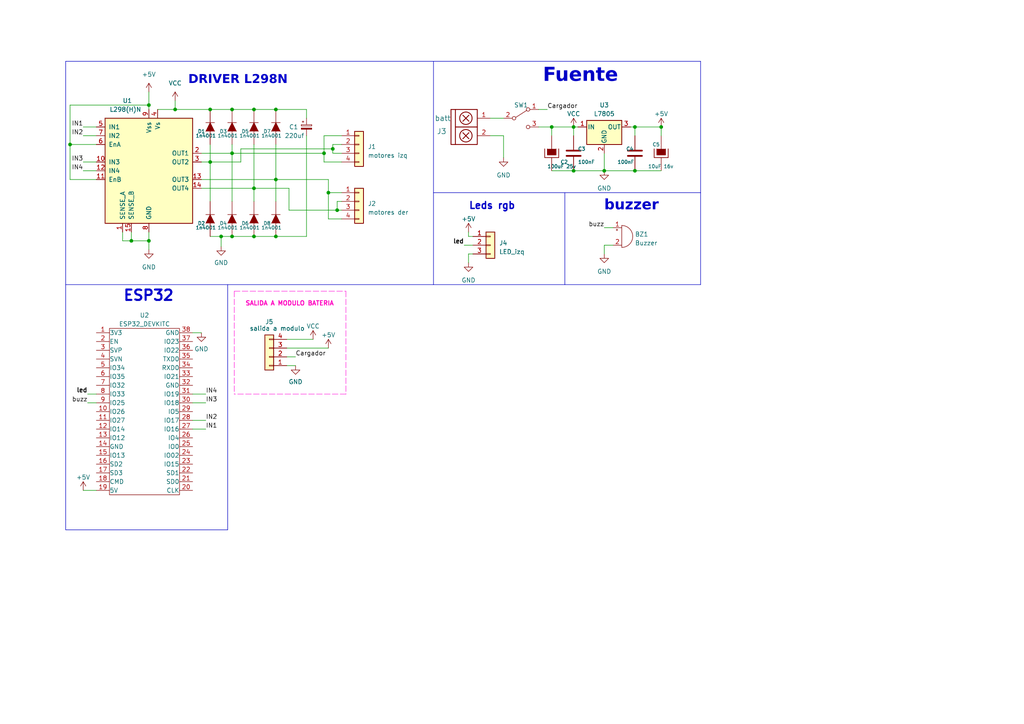
<source format=kicad_sch>
(kicad_sch (version 20230121) (generator eeschema)
  (paper "A4")
  (lib_symbols
    (symbol "+5V_1" (power) (pin_names (offset 0))
      (property "Value" "+5V_1" (at 0 3.556 0))
      (symbol "+5V_1_0_1"
        (polyline (pts (xy -0.762 1.27) (xy 0 2.54)))
        (polyline (pts (xy 0 0) (xy 0 2.54)))
        (polyline (pts (xy 0 2.54) (xy 0.762 1.27)))
      )
      (symbol "+5V_1_1_1"
        (pin power_in line (at 0 0 90) (length 0) hide (name "+5V") (number "1"))
      )
    )
    (symbol "+5V_2" (power) (pin_names (offset 0))
      (property "Value" "+5V_2" (at 0 3.556 0))
      (symbol "+5V_2_0_1"
        (polyline (pts (xy -0.762 1.27) (xy 0 2.54)))
        (polyline (pts (xy 0 0) (xy 0 2.54)))
        (polyline (pts (xy 0 2.54) (xy 0.762 1.27)))
      )
      (symbol "+5V_2_1_1"
        (pin power_in line (at 0 0 90) (length 0) hide (name "+5V") (number "1"))
      )
    )
    (symbol "Connector_Generic:Conn_01x03" (pin_names (offset 1.016) hide)
      (property "Reference" "J" (at 0 5.08 0))
      (property "Value" "Conn_01x03" (at 0 -5.08 0))
      (symbol "Conn_01x03_1_1"
        (rectangle (start -1.27 -2.413) (end 0 -2.667) (stroke (width 0.1524)))
        (rectangle (start -1.27 0.127) (end 0 -0.127) (stroke (width 0.1524)))
        (rectangle (start -1.27 2.667) (end 0 2.413) (stroke (width 0.1524)))
        (rectangle (start -1.27 3.81) (end 1.27 -3.81) (stroke (width 0.254)) (fill (type background)))
        (pin passive line (at -5.08 2.54 0) (length 3.81) (name "Pin_1") (number "1"))
        (pin passive line (at -5.08 0 0) (length 3.81) (name "Pin_2") (number "2"))
        (pin passive line (at -5.08 -2.54 0) (length 3.81) (name "Pin_3") (number "3"))
      )
    )
    (symbol "Connector_Generic:Conn_01x04" (pin_names (offset 1.016) hide)
      (property "Reference" "J" (at 0 5.08 0))
      (property "Value" "Conn_01x04" (at 0 -7.62 0))
      (symbol "Conn_01x04_1_1"
        (rectangle (start -1.27 -4.953) (end 0 -5.207) (stroke (width 0.1524)))
        (rectangle (start -1.27 -2.413) (end 0 -2.667) (stroke (width 0.1524)))
        (rectangle (start -1.27 0.127) (end 0 -0.127) (stroke (width 0.1524)))
        (rectangle (start -1.27 2.667) (end 0 2.413) (stroke (width 0.1524)))
        (rectangle (start -1.27 3.81) (end 1.27 -6.35) (stroke (width 0.254)) (fill (type background)))
        (pin passive line (at -5.08 2.54 0) (length 3.81) (name "Pin_1") (number "1"))
        (pin passive line (at -5.08 0 0) (length 3.81) (name "Pin_2") (number "2"))
        (pin passive line (at -5.08 -2.54 0) (length 3.81) (name "Pin_3") (number "3"))
        (pin passive line (at -5.08 -5.08 0) (length 3.81) (name "Pin_4") (number "4"))
      )
    )
    (symbol "EESTN5:Buzzer" (pin_names (offset 0.0254) hide)
      (property "Reference" "BZ" (at 3.81 1.27 0))
      (property "Value" "Buzzer" (at 3.81 -1.27 0))
      (symbol "Buzzer_0_1"
        (arc (start 0 -3.175) (mid 3.1612 0) (end 0 3.175))
        (polyline (pts (xy -1.651 1.905) (xy -1.143 1.905)))
        (polyline (pts (xy -1.397 2.159) (xy -1.397 1.651)))
        (polyline (pts (xy 0 3.175) (xy 0 -3.175)))
      )
      (symbol "Buzzer_1_1"
        (pin passive line (at -2.54 2.54 0) (length 2.54) (name "-") (number "1"))
        (pin passive line (at -2.54 -2.54 0) (length 2.54) (name "+") (number "2"))
      )
    )
    (symbol "EESTN5:C" (pin_numbers hide) (pin_names (offset 0.254))
      (property "Reference" "C" (at 0 2.54 0))
      (property "Value" "C" (at 0.1524 -2.159 0))
      (symbol "C_0_1"
        (polyline (pts (xy -2.032 -0.762) (xy 2.032 -0.762)) (stroke (width 0.508)))
        (polyline (pts (xy -2.032 0.762) (xy 2.032 0.762)) (stroke (width 0.508)))
      )
      (symbol "C_1_1"
        (pin passive line (at 0 5.08 270) (length 4.318) (name "~") (number "1"))
        (pin passive line (at 0 -5.08 90) (length 4.318) (name "~") (number "2"))
      )
    )
    (symbol "EESTN5:CAPAPOL" (pin_numbers hide) (pin_names (offset 0.254) hide)
      (property "Reference" "C" (at 1.27 2.54 0))
      (property "Value" "CAPAPOL" (at 1.27 -2.54 0))
      (symbol "CAPAPOL_0_1"
        (polyline (pts (xy -2.032 1.27) (xy -2.032 -1.27) (xy 2.032 -1.27) (xy 2.032 1.27)) (stroke (width 0.2032)))
        (polyline (pts (xy -1.27 1.27) (xy -1.27 -0.508) (xy 1.27 -0.508) (xy 1.27 1.27)) (fill (type outline)))
      )
      (symbol "CAPAPOL_1_1"
        (pin passive line (at 0 5.08 270) (length 3.81) (name "~") (number "1"))
        (pin passive line (at 0 -5.08 90) (length 3.81) (name "~") (number "2"))
      )
    )
    (symbol "EESTN5:DIODE" (pin_numbers hide) (pin_names (offset 1.016) hide)
      (property "Reference" "D" (at 0 2.54 0))
      (property "Value" "DIODE" (at 0 -2.54 0))
      (symbol "DIODE_0_1"
        (polyline (pts (xy 1.27 1.27) (xy 1.27 -1.27)) (stroke (width 0.1524)))
        (polyline (pts (xy -1.27 1.27) (xy 1.27 0) (xy -1.27 -1.27)) (fill (type outline)))
      )
      (symbol "DIODE_1_1"
        (pin passive line (at -5.08 0 0) (length 3.81) (name "A") (number "1"))
        (pin passive line (at 5.08 0 180) (length 3.81) (name "K") (number "2"))
      )
    )
    (symbol "EESTN5:ESP32_DEVKITC" (pin_names (offset 0.0254))
      (property "Reference" "U" (at 0 25.4 0))
      (property "Value" "ESP32_DEVKITC" (at 0 -25.4 0))
      (symbol "ESP32_DEVKITC_0_1"
        (rectangle (start -10.16 24.13) (end 10.16 -24.13))
      )
      (symbol "ESP32_DEVKITC_1_1"
        (pin passive line (at -13.97 22.86 0) (length 3.81) (name "3V3") (number "1"))
        (pin passive line (at -13.97 0 0) (length 3.81) (name "IO26") (number "10"))
        (pin passive line (at -13.97 -2.54 0) (length 3.81) (name "IO27") (number "11"))
        (pin passive line (at -13.97 -5.08 0) (length 3.81) (name "IO14") (number "12"))
        (pin passive line (at -13.97 -7.62 0) (length 3.81) (name "IO12") (number "13"))
        (pin passive line (at -13.97 -10.16 0) (length 3.81) (name "GND") (number "14"))
        (pin passive line (at -13.97 -12.7 0) (length 3.81) (name "IO13") (number "15"))
        (pin passive line (at -13.97 -15.24 0) (length 3.81) (name "SD2") (number "16"))
        (pin passive line (at -13.97 -17.78 0) (length 3.81) (name "SD3") (number "17"))
        (pin passive line (at -13.97 -20.32 0) (length 3.81) (name "CMD") (number "18"))
        (pin passive line (at -13.97 -22.86 0) (length 3.81) (name "5V") (number "19"))
        (pin passive line (at -13.97 20.32 0) (length 3.81) (name "EN") (number "2"))
        (pin passive line (at 13.97 -22.86 180) (length 3.81) (name "CLK") (number "20"))
        (pin passive line (at 13.97 -20.32 180) (length 3.81) (name "SD0") (number "21"))
        (pin passive line (at 13.97 -17.78 180) (length 3.81) (name "SD1") (number "22"))
        (pin passive line (at 13.97 -15.24 180) (length 3.81) (name "IO15") (number "23"))
        (pin passive line (at 13.97 -12.7 180) (length 3.81) (name "IO02") (number "24"))
        (pin passive line (at 13.97 -10.16 180) (length 3.81) (name "IO0") (number "25"))
        (pin passive line (at 13.97 -7.62 180) (length 3.81) (name "IO4") (number "26"))
        (pin passive line (at 13.97 -5.08 180) (length 3.81) (name "IO16") (number "27"))
        (pin passive line (at 13.97 -2.54 180) (length 3.81) (name "IO17") (number "28"))
        (pin passive line (at 13.97 0 180) (length 3.81) (name "IO5") (number "29"))
        (pin passive line (at -13.97 17.78 0) (length 3.81) (name "SVP") (number "3"))
        (pin passive line (at 13.97 2.54 180) (length 3.81) (name "IO18") (number "30"))
        (pin passive line (at 13.97 5.08 180) (length 3.81) (name "IO19") (number "31"))
        (pin passive line (at 13.97 7.62 180) (length 3.81) (name "GND") (number "32"))
        (pin passive line (at 13.97 10.16 180) (length 3.81) (name "IO21") (number "33"))
        (pin passive line (at 13.97 12.7 180) (length 3.81) (name "RXD0") (number "34"))
        (pin passive line (at 13.97 15.24 180) (length 3.81) (name "TXD0") (number "35"))
        (pin passive line (at 13.97 17.78 180) (length 3.81) (name "IO22") (number "36"))
        (pin passive line (at 13.97 20.32 180) (length 3.81) (name "IO23") (number "37"))
        (pin passive line (at 13.97 22.86 180) (length 3.81) (name "GND") (number "38"))
        (pin passive line (at -13.97 15.24 0) (length 3.81) (name "SVN") (number "4"))
        (pin passive line (at -13.97 12.7 0) (length 3.81) (name "IO34") (number "5"))
        (pin passive line (at -13.97 10.16 0) (length 3.81) (name "IO35") (number "6"))
        (pin passive line (at -13.97 7.62 0) (length 3.81) (name "IO32") (number "7"))
        (pin passive line (at -13.97 5.08 0) (length 3.81) (name "IO33") (number "8"))
        (pin passive line (at -13.97 2.54 0) (length 3.81) (name "IO25") (number "9"))
      )
    )
    (symbol "EESTN5:L298(H)N" (pin_names (offset 1.016))
      (property "Reference" "U" (at -1.905 18.415 0))
      (property "Value" "L298(H)N" (at -1.905 16.51 0))
      (symbol "L298(H)N_0_1"
        (rectangle (start -12.7 15.24) (end 12.7 -15.24) (stroke (width 0.254)) (fill (type background)))
      )
      (symbol "L298(H)N_1_1"
        (pin power_in line (at -7.62 -17.78 90) (length 2.54) (name "SENSE_A") (number "1"))
        (pin input line (at -15.24 2.54 0) (length 2.54) (name "IN3") (number "10"))
        (pin input line (at -15.24 -2.54 0) (length 2.54) (name "EnB") (number "11"))
        (pin input line (at -15.24 0 0) (length 2.54) (name "IN4") (number "12"))
        (pin output line (at 15.24 -2.54 180) (length 2.54) (name "OUT3") (number "13"))
        (pin output line (at 15.24 -5.08 180) (length 2.54) (name "OUT4") (number "14"))
        (pin power_in line (at -5.08 -17.78 90) (length 2.54) (name "SENSE_B") (number "15"))
        (pin output line (at 15.24 5.08 180) (length 2.54) (name "OUT1") (number "2"))
        (pin output line (at 15.24 2.54 180) (length 2.54) (name "OUT2") (number "3"))
        (pin power_in line (at 2.54 17.78 270) (length 2.54) (name "Vs") (number "4"))
        (pin input line (at -15.24 12.7 0) (length 2.54) (name "IN1") (number "5"))
        (pin input line (at -15.24 7.62 0) (length 2.54) (name "EnA") (number "6"))
        (pin input line (at -15.24 10.16 0) (length 2.54) (name "IN2") (number "7"))
        (pin power_in line (at 0 -17.78 90) (length 2.54) (name "GND") (number "8"))
        (pin power_in line (at 0 17.78 270) (length 2.54) (name "Vss") (number "9"))
      )
    )
    (symbol "EESTN5:SW_SPDT" (pin_names (offset 0) hide)
      (property "Reference" "SW" (at 0 4.318 0))
      (symbol "SW_SPDT_0_0"
        (circle (center -2.032 0) (radius 0.508))
        (circle (center 2.032 -2.54) (radius 0.508))
      )
      (symbol "SW_SPDT_0_1"
        (polyline (pts (xy -1.524 0.254) (xy 1.651 2.286)))
        (circle (center 2.032 2.54) (radius 0.508))
      )
      (symbol "SW_SPDT_1_1"
        (pin passive line (at 5.08 2.54 180) (length 2.54) (name "A") (number "1"))
        (pin passive line (at -5.08 0 0) (length 2.54) (name "B") (number "2"))
        (pin passive line (at 5.08 -2.54 180) (length 2.54) (name "C") (number "3"))
      )
    )
    (symbol "EESTN5:TB_1X2" (pin_names (offset 1.016))
      (property "Reference" "J" (at 0 7.62 0))
      (property "Value" "TB_1X2" (at 1.27 -7.62 0))
      (symbol "TB_1X2_0_1"
        (rectangle (start -2.54 5.08) (end 5.08 -5.08) (stroke (width 0.254)))
        (polyline (pts (xy -1.27 0) (xy 5.08 0)) (stroke (width 0.254)))
        (polyline (pts (xy -1.27 5.08) (xy -1.27 -5.08)) (stroke (width 0.254)))
        (polyline (pts (xy 0.889 -3.429) (xy 2.667 -1.651)) (stroke (width 0.254)))
        (polyline (pts (xy 0.889 -1.651) (xy 2.667 -3.429)) (stroke (width 0.254)))
        (polyline (pts (xy 0.889 1.651) (xy 2.667 3.429)) (stroke (width 0.254)))
        (polyline (pts (xy 0.889 3.429) (xy 2.667 1.651)) (stroke (width 0.254)))
        (circle (center 1.778 -2.54) (radius 1.8034) (stroke (width 0.254)))
        (circle (center 1.778 2.54) (radius 1.8034) (stroke (width 0.254)))
      )
      (symbol "TB_1X2_1_1"
        (pin input line (at 8.89 2.54 180) (length 3.81) (name "~") (number "1"))
        (pin input line (at 8.89 -2.54 180) (length 3.81) (name "~") (number "2"))
      )
    )
    (symbol "GND_1" (power) (pin_names (offset 0))
      (property "Value" "GND_1" (at 0 -3.81 0))
      (symbol "GND_1_0_1"
        (polyline (pts (xy 0 0) (xy 0 -1.27) (xy 1.27 -1.27) (xy 0 -2.54) (xy -1.27 -1.27) (xy 0 -1.27)))
      )
      (symbol "GND_1_1_1"
        (pin power_in line (at 0 0 270) (length 0) hide (name "GND") (number "1"))
      )
    )
    (symbol "GND_2" (power) (pin_names (offset 0))
      (property "Value" "GND_2" (at 0 -3.81 0))
      (symbol "GND_2_0_1"
        (polyline (pts (xy 0 0) (xy 0 -1.27) (xy 1.27 -1.27) (xy 0 -2.54) (xy -1.27 -1.27) (xy 0 -1.27)))
      )
      (symbol "GND_2_1_1"
        (pin power_in line (at 0 0 270) (length 0) hide (name "GND") (number "1"))
      )
    )
    (symbol "GND_6" (power) (pin_names (offset 0))
      (property "Value" "GND_6" (at 0 -3.81 0))
      (symbol "GND_6_0_1"
        (polyline (pts (xy 0 0) (xy 0 -1.27) (xy 1.27 -1.27) (xy 0 -2.54) (xy -1.27 -1.27) (xy 0 -1.27)))
      )
      (symbol "GND_6_1_1"
        (pin power_in line (at 0 0 270) (length 0) hide (name "GND") (number "1"))
      )
    )
    (symbol "Regulator_Linear:L7805" (pin_names (offset 0.254))
      (property "Reference" "U" (at -3.81 3.175 0))
      (property "Value" "L7805" (at 0 3.175 0))
      (symbol "L7805_0_1"
        (rectangle (start -5.08 1.905) (end 5.08 -5.08) (stroke (width 0.254)) (fill (type background)))
      )
      (symbol "L7805_1_1"
        (pin power_in line (at -7.62 0 0) (length 2.54) (name "IN") (number "1"))
        (pin power_in line (at 0 -7.62 90) (length 2.54) (name "GND") (number "2"))
        (pin power_out line (at 7.62 0 180) (length 2.54) (name "OUT") (number "3"))
      )
    )
    (symbol "StepperDriver-rescue:CP_Small-Device" (pin_numbers hide) (pin_names (offset 0.254) hide)
      (property "Reference" "C" (at 0.254 1.778 0))
      (property "Value" "CP_Small-Device" (at 0.254 -2.032 0))
      (symbol "CP_Small-Device_0_1"
        (rectangle (start -1.524 -0.3048) (end 1.524 -0.6858) (fill (type outline)))
        (rectangle (start -1.524 0.6858) (end 1.524 0.3048))
        (polyline (pts (xy -1.27 1.524) (xy -0.762 1.524)))
        (polyline (pts (xy -1.016 1.27) (xy -1.016 1.778)))
      )
      (symbol "CP_Small-Device_1_1"
        (pin passive line (at 0 2.54 270) (length 1.8542) (name "~") (number "1"))
        (pin passive line (at 0 -2.54 90) (length 1.8542) (name "~") (number "2"))
      )
    )
    (symbol "VCC_1" (power) (pin_names (offset 0))
      (property "Value" "VCC_1" (at 0 3.81 0))
      (symbol "VCC_1_0_1"
        (polyline (pts (xy -0.762 1.27) (xy 0 2.54)))
        (polyline (pts (xy 0 0) (xy 0 2.54)))
        (polyline (pts (xy 0 2.54) (xy 0.762 1.27)))
      )
      (symbol "VCC_1_1_1"
        (pin power_in line (at 0 0 90) (length 0) hide (name "VCC") (number "1"))
      )
    )
    (symbol "power:+5V" (power) (pin_names (offset 0))
      (property "Value" "+5V" (at 0 3.556 0))
      (symbol "+5V_0_1"
        (polyline (pts (xy -0.762 1.27) (xy 0 2.54)))
        (polyline (pts (xy 0 0) (xy 0 2.54)))
        (polyline (pts (xy 0 2.54) (xy 0.762 1.27)))
      )
      (symbol "+5V_1_1"
        (pin power_in line (at 0 0 90) (length 0) hide (name "+5V") (number "1"))
      )
    )
    (symbol "power:GND" (power) (pin_names (offset 0))
      (property "Value" "GND" (at 0 -3.81 0))
      (symbol "GND_0_1"
        (polyline (pts (xy 0 0) (xy 0 -1.27) (xy 1.27 -1.27) (xy 0 -2.54) (xy -1.27 -1.27) (xy 0 -1.27)))
      )
      (symbol "GND_1_1"
        (pin power_in line (at 0 0 270) (length 0) hide (name "GND") (number "1"))
      )
    )
    (symbol "power:VCC" (power) (pin_names (offset 0))
      (property "Value" "VCC" (at 0 3.81 0))
      (symbol "VCC_0_1"
        (polyline (pts (xy -0.762 1.27) (xy 0 2.54)))
        (polyline (pts (xy 0 0) (xy 0 2.54)))
        (polyline (pts (xy 0 2.54) (xy 0.762 1.27)))
      )
      (symbol "VCC_1_1"
        (pin power_in line (at 0 0 90) (length 0) hide (name "VCC") (number "1"))
      )
    )
  )
  (junction (at 67.31 31.75))
  (junction (at 175.26 49.53))
  (junction (at 50.8 31.75))
  (junction (at 96.52 43.18))
  (junction (at 184.15 36.83))
  (junction (at 97.79 60.96))
  (junction (at 73.66 68.58))
  (junction (at 80.01 52.07))
  (junction (at 43.18 30.48))
  (junction (at 166.37 49.53))
  (junction (at 191.77 36.83))
  (junction (at 166.37 36.83))
  (junction (at 64.135 68.58))
  (junction (at 60.96 31.75))
  (junction (at 67.31 68.58))
  (junction (at 38.1 69.85))
  (junction (at 60.96 46.99))
  (junction (at 80.01 68.58))
  (junction (at 184.15 49.53))
  (junction (at 80.01 31.75))
  (junction (at 95.25 55.88))
  (junction (at 67.31 44.45))
  (junction (at 73.66 54.61))
  (junction (at 43.18 69.85))
  (junction (at 73.66 31.75))
  (junction (at 93.98 44.45))
  (junction (at 160.02 36.83))
  (junction (at 20.32 41.91))
  (wire (pts (xy 160.02 49.53) (xy 166.37 49.53)))
  (wire (pts (xy 24.13 142.24) (xy 27.94 142.24)))
  (polyline (pts (xy 100.33 114.3) (xy 67.945 114.3)) (stroke (width 0) (type dash) (color 255 36 220 1)))
  (wire (pts (xy 177.8 71.12) (xy 175.26 71.12)))
  (wire (pts (xy 64.135 68.58) (xy 64.135 71.501)))
  (wire (pts (xy 90.805 98.425) (xy 83.185 98.425)))
  (wire (pts (xy 59.69 124.46) (xy 55.88 124.46)))
  (wire (pts (xy 137.16 73.66) (xy 135.89 73.66)))
  (wire (pts (xy 73.66 41.91) (xy 73.66 54.61)))
  (polyline (pts (xy 163.83 82.55) (xy 203.2 82.55)))
  (wire (pts (xy 166.37 49.53) (xy 175.26 49.53)))
  (polyline (pts (xy 67.945 84.455) (xy 67.945 114.3)) (stroke (width 0) (type dash) (color 255 36 220 1)))
  (wire (pts (xy 24.13 39.37) (xy 27.94 39.37)))
  (wire (pts (xy 43.18 67.31) (xy 43.18 69.85)))
  (wire (pts (xy 60.96 41.91) (xy 60.96 46.99)))
  (wire (pts (xy 80.01 52.07) (xy 95.25 52.07)))
  (wire (pts (xy 175.26 44.45) (xy 175.26 49.53)))
  (wire (pts (xy 25.4 114.3) (xy 27.94 114.3)))
  (wire (pts (xy 43.18 30.48) (xy 43.18 31.75)))
  (wire (pts (xy 85.725 106.045) (xy 83.185 106.045)))
  (polyline (pts (xy 100.33 84.455) (xy 100.33 114.3)) (stroke (width 0) (type dash) (color 255 36 220 1)))
  (wire (pts (xy 35.56 67.31) (xy 35.56 69.85)))
  (wire (pts (xy 59.69 121.92) (xy 55.88 121.92)))
  (wire (pts (xy 67.31 41.91) (xy 67.31 44.45)))
  (wire (pts (xy 64.135 68.58) (xy 60.96 68.58)))
  (wire (pts (xy 88.9 68.58) (xy 80.01 68.58)))
  (polyline (pts (xy 19.05 82.55) (xy 19.05 153.67)))
  (polyline (pts (xy 125.73 82.55) (xy 163.83 82.55)))
  (wire (pts (xy 20.32 30.48) (xy 43.18 30.48)))
  (wire (pts (xy 96.52 44.45) (xy 99.06 44.45)))
  (wire (pts (xy 69.85 43.18) (xy 96.52 43.18)))
  (wire (pts (xy 80.01 41.91) (xy 80.01 52.07)))
  (wire (pts (xy 58.42 52.07) (xy 80.01 52.07)))
  (wire (pts (xy 58.42 44.45) (xy 67.31 44.45)))
  (wire (pts (xy 156.21 36.83) (xy 160.02 36.83)))
  (wire (pts (xy 60.96 46.99) (xy 60.96 58.42)))
  (wire (pts (xy 135.89 73.66) (xy 135.89 76.2)))
  (wire (pts (xy 166.37 36.83) (xy 167.64 36.83)))
  (wire (pts (xy 88.9 31.75) (xy 88.9 34.29)))
  (wire (pts (xy 175.26 49.53) (xy 184.15 49.53)))
  (wire (pts (xy 95.25 100.965) (xy 83.185 100.965)))
  (wire (pts (xy 97.79 58.42) (xy 97.79 60.96)))
  (wire (pts (xy 67.31 68.58) (xy 64.135 68.58)))
  (wire (pts (xy 184.15 39.37) (xy 184.15 36.83)))
  (wire (pts (xy 184.15 49.53) (xy 191.77 49.53)))
  (wire (pts (xy 25.4 116.84) (xy 27.94 116.84)))
  (wire (pts (xy 80.01 68.58) (xy 73.66 68.58)))
  (wire (pts (xy 38.1 67.31) (xy 38.1 69.85)))
  (wire (pts (xy 160.02 36.83) (xy 166.37 36.83)))
  (polyline (pts (xy 163.83 82.55) (xy 163.83 55.88)))
  (wire (pts (xy 35.56 69.85) (xy 38.1 69.85)))
  (wire (pts (xy 43.18 72.39) (xy 43.18 69.85)))
  (wire (pts (xy 43.18 26.67) (xy 43.18 30.48)))
  (wire (pts (xy 73.66 31.75) (xy 80.01 31.75)))
  (wire (pts (xy 95.25 63.5) (xy 95.25 55.88)))
  (wire (pts (xy 69.85 46.99) (xy 60.96 46.99)))
  (polyline (pts (xy 19.05 17.78) (xy 19.05 82.55)))
  (polyline (pts (xy 19.05 153.67) (xy 66.04 153.67)))
  (wire (pts (xy 20.32 52.07) (xy 27.94 52.07)))
  (polyline (pts (xy 125.73 82.55) (xy 19.05 82.55)))
  (polyline (pts (xy 67.945 84.455) (xy 100.33 84.455)) (stroke (width 0) (type dash) (color 255 36 220 1)))
  (polyline (pts (xy 19.05 17.78) (xy 203.2 17.78)))
  (wire (pts (xy 58.42 46.99) (xy 60.96 46.99)))
  (wire (pts (xy 20.32 41.91) (xy 20.32 30.48)))
  (wire (pts (xy 97.79 60.96) (xy 99.06 60.96)))
  (wire (pts (xy 137.16 68.58) (xy 135.89 68.58)))
  (wire (pts (xy 95.25 52.07) (xy 95.25 55.88)))
  (wire (pts (xy 142.24 39.37) (xy 146.05 39.37)))
  (wire (pts (xy 67.31 44.45) (xy 67.31 58.42)))
  (wire (pts (xy 50.8 29.21) (xy 50.8 31.75)))
  (wire (pts (xy 50.8 31.75) (xy 60.96 31.75)))
  (wire (pts (xy 175.26 71.12) (xy 175.26 73.66)))
  (wire (pts (xy 88.9 39.37) (xy 88.9 68.58)))
  (polyline (pts (xy 125.73 55.88) (xy 203.2 55.88)))
  (wire (pts (xy 95.25 55.88) (xy 99.06 55.88)))
  (wire (pts (xy 93.98 39.37) (xy 93.98 44.45)))
  (wire (pts (xy 45.72 31.75) (xy 50.8 31.75)))
  (wire (pts (xy 146.05 39.37) (xy 146.05 45.72)))
  (wire (pts (xy 24.13 49.53) (xy 27.94 49.53)))
  (wire (pts (xy 73.66 54.61) (xy 73.66 58.42)))
  (wire (pts (xy 93.98 46.99) (xy 99.06 46.99)))
  (wire (pts (xy 142.24 34.29) (xy 146.05 34.29)))
  (wire (pts (xy 83.82 60.96) (xy 83.82 54.61)))
  (wire (pts (xy 20.32 52.07) (xy 20.32 41.91)))
  (wire (pts (xy 69.85 43.18) (xy 69.85 46.99)))
  (wire (pts (xy 166.37 39.37) (xy 166.37 36.83)))
  (wire (pts (xy 85.725 103.505) (xy 83.185 103.505)))
  (wire (pts (xy 83.82 54.61) (xy 73.66 54.61)))
  (wire (pts (xy 24.13 36.83) (xy 27.94 36.83)))
  (wire (pts (xy 175.26 66.04) (xy 177.8 66.04)))
  (wire (pts (xy 58.42 96.52) (xy 55.88 96.52)))
  (wire (pts (xy 160.02 39.37) (xy 160.02 36.83)))
  (wire (pts (xy 96.52 43.18) (xy 96.52 44.45)))
  (wire (pts (xy 73.66 68.58) (xy 67.31 68.58)))
  (wire (pts (xy 83.82 60.96) (xy 97.79 60.96)))
  (wire (pts (xy 58.42 54.61) (xy 73.66 54.61)))
  (wire (pts (xy 93.98 44.45) (xy 93.98 46.99)))
  (wire (pts (xy 24.13 46.99) (xy 27.94 46.99)))
  (wire (pts (xy 99.06 58.42) (xy 97.79 58.42)))
  (wire (pts (xy 67.31 31.75) (xy 73.66 31.75)))
  (polyline (pts (xy 203.2 82.55) (xy 203.2 55.88)))
  (wire (pts (xy 191.77 39.37) (xy 191.77 36.83)))
  (wire (pts (xy 99.06 63.5) (xy 95.25 63.5)))
  (wire (pts (xy 96.52 41.91) (xy 96.52 43.18)))
  (wire (pts (xy 20.32 41.91) (xy 27.94 41.91)))
  (wire (pts (xy 134.62 71.12) (xy 137.16 71.12)))
  (wire (pts (xy 38.1 69.85) (xy 43.18 69.85)))
  (polyline (pts (xy 203.2 17.78) (xy 203.2 55.88)))
  (wire (pts (xy 156.21 31.75) (xy 158.75 31.75)))
  (wire (pts (xy 59.69 116.84) (xy 55.88 116.84)))
  (wire (pts (xy 135.89 67.31) (xy 135.89 68.58)))
  (wire (pts (xy 60.96 31.75) (xy 67.31 31.75)))
  (wire (pts (xy 59.69 114.3) (xy 55.88 114.3)))
  (polyline (pts (xy 125.73 17.78) (xy 125.73 82.55)))
  (wire (pts (xy 80.01 52.07) (xy 80.01 58.42)))
  (wire (pts (xy 67.31 44.45) (xy 93.98 44.45)))
  (wire (pts (xy 93.98 39.37) (xy 99.06 39.37)))
  (wire (pts (xy 80.01 31.75) (xy 88.9 31.75)))
  (polyline (pts (xy 66.04 82.55) (xy 66.04 153.67)))
  (wire (pts (xy 191.77 36.83) (xy 184.15 36.83)))
  (wire (pts (xy 99.06 41.91) (xy 96.52 41.91)))
  (wire (pts (xy 184.15 36.83) (xy 182.88 36.83)))
  (text "SALIDA A MODULO BATERIA" (at 71.12 88.9 0) (effects (font (size 1.27 1.27) (thickness 0.254) bold) (justify left bottom)))
  (text "Fuente\n" (at 157.48 25.4 0) (effects (font (size 4 4) (thickness 0.8) bold) (justify left bottom)))
  (text "buzzer" (at 175.26 62.23 0) (effects (font (size 3 3) (thickness 0.6) bold) (justify left bottom)))
  (text "DRIVER L298N" (at 54.61 25.4 0) (effects (font (size 2.54 2.54) (thickness 0.508) bold) (justify left bottom)))
  (text "ESP32\n" (at 35.56 87.63 0) (effects (font (size 3 3) bold) (justify left bottom)))
  (text "Leds rgb" (at 135.89 60.96 0) (effects (font (size 2 2) bold) (justify left bottom)))
  (label "IN4" (at 59.69 114.3 0))
  (label "IN2" (at 24.13 39.37 180))
  (label "IN3" (at 24.13 46.99 180))
  (label "IN1" (at 59.69 124.46 0))
  (label "IN2" (at 59.69 121.92 0))
  (label "led" (at 25.4 114.3 180) (effects (font bold)))
  (label "Cargador" (at 85.725 103.505 0))
  (label "led" (at 134.62 71.12 180) (effects (font bold)))
  (label "Cargador" (at 158.75 31.75 0))
  (label "IN3" (at 59.69 116.84 0))
  (label "buzz" (at 25.4 116.84 180))
  (label "buzz" (at 175.26 66.04 180))
  (label "IN4" (at 24.13 49.53 180))
  (label "IN1" (at 24.13 36.83 180))
  (symbol (lib_id "EESTN5:CAPAPOL") (at 191.77 44.45 0) (unit 1)
    (property "Reference" "C5" (at 189.23 41.91 0) (effects (font (size 1.016 1.016)) (justify left)))
    (property "Value" "10uF 16v" (at 187.96 48.26 0) (effects (font (size 1.016 1.016)) (justify left)))
    (property "Footprint" "EESTN5:CAP_ELEC_5x11mm" (effects hide))
  )
  (symbol (lib_id "EESTN5:C") (at 184.15 44.45 0) (unit 1)
    (property "Reference" "C4" (at 181.61 43.18 0) (effects (font (size 1.016 1.016)) (justify left)))
    (property "Value" "100nF" (at 179.07 46.99 0) (effects (font (size 1.016 1.016)) (justify left)))
    (property "Footprint" "EESTN5:CAP_0.1" (effects hide))
  )
  (symbol (lib_id "EESTN5:C") (at 166.37 44.45 0) (unit 1)
    (property "Reference" "C3" (at 167.64 43.18 0) (effects (font (size 1.016 1.016)) (justify left)))
    (property "Value" "100nF" (at 167.64 46.99 0) (effects (font (size 1.016 1.016)) (justify left)))
    (property "Footprint" "EESTN5:CAP_0.1" (effects hide))
  )
  (symbol (lib_id "EESTN5:L298(H)N") (at 43.18 49.53 0) (unit 1)
    (property "Reference" "U1" (at 35.56 29.21 0) (effects (justify left)))
    (property "Value" "L298(H)N" (at 31.75 31.75 0) (effects (justify left)))
    (property "Footprint" "Package_TO_SOT_THT:TO-220-15_P2.54x2.54mm_StaggerEven_Lead4.58mm_Vertical" (effects hide))
    (property "Datasheet" "http://www.st.com/st-web-ui/static/active/en/resource/technical/document/datasheet/CD00000240.pdf" (effects hide))
  )
  (symbol (lib_id "Connector_Generic:Conn_01x04") (at 104.14 41.91 0) (unit 1)
    (property "Reference" "J1" (at 106.68 42.545 0) (effects (justify left)))
    (property "Value" "motores izq" (at 106.68 45.085 0) (effects (justify left)))
    (property "Footprint" "EESTN5:pin_strip_4" (effects hide))
  )
  (symbol (lib_id "EESTN5:Buzzer") (at 180.34 68.58 0) (unit 1)
    (property "Reference" "BZ1" (at 184.15 67.945 0) (effects (justify left)))
    (property "Value" "Buzzer" (at 184.15 70.485 0) (effects (justify left)))
    (property "Footprint" "EESTN5:Pin_Header_2" (effects hide))
  )
  (symbol (lib_id "EESTN5:TB_1X2") (at 133.35 36.83 0) (unit 1)
    (property "Reference" "J3" (at 129.54 38.1 0) (effects (font (size 1.524 1.524)) (justify right)))
    (property "Value" "batt" (at 130.81 34.29 0) (effects (font (size 1.524 1.524)) (justify right)))
    (property "Footprint" "EESTN5:Pin_Header_2" (effects hide))
  )
  (symbol (lib_id "Connector_Generic:Conn_01x04") (at 104.14 58.42 0) (unit 1)
    (property "Reference" "J2" (at 106.68 59.055 0) (effects (justify left)))
    (property "Value" "motores der" (at 106.68 61.595 0) (effects (justify left)))
    (property "Footprint" "EESTN5:pin_strip_4" (effects hide))
  )
  (symbol (lib_id "EESTN5:DIODE") (at 73.66 36.83 90) (unit 1)
    (property "Reference" "D5" (at 71.12 38.1 90) (effects (font (size 1.016 1.016))))
    (property "Value" "1n4001" (at 72.39 39.37 90) (effects (font (size 1.016 1.016))))
    (property "Footprint" "EESTN5:DO-41" (effects hide))
  )
  (symbol (lib_name "VCC_1") (lib_id "power:VCC") (at 90.805 98.425 0) (unit 1)
    (property "Reference" "#PWR014" (effects hide))
    (property "Value" "VCC" (at 90.805 94.615 0))
  )
  (symbol (lib_id "EESTN5:DIODE") (at 67.31 36.83 90) (unit 1)
    (property "Reference" "D3" (at 64.77 38.1 90) (effects (font (size 1.016 1.016))))
    (property "Value" "1n4001" (at 66.04 39.37 90) (effects (font (size 1.016 1.016))))
    (property "Footprint" "EESTN5:DO-41" (effects hide))
  )
  (symbol (lib_name "VCC_1") (lib_id "power:VCC") (at 166.37 36.83 0) (unit 1)
    (property "Reference" "#PWR010" (effects hide))
    (property "Value" "VCC" (at 166.37 33.02 0))
  )
  (symbol (lib_name "+5V_2") (lib_id "power:+5V") (at 24.13 142.24 0) (unit 1)
    (property "Reference" "#PWR05" (effects hide))
    (property "Value" "+5V" (at 24.13 138.43 0))
  )
  (symbol (lib_id "EESTN5:DIODE") (at 80.01 36.83 90) (unit 1)
    (property "Reference" "D7" (at 77.47 38.1 90) (effects (font (size 1.016 1.016))))
    (property "Value" "1n4001" (at 78.74 39.37 90) (effects (font (size 1.016 1.016))))
    (property "Footprint" "EESTN5:DO-41" (effects hide))
  )
  (symbol (lib_id "EESTN5:DIODE") (at 60.96 63.5 90) (unit 1)
    (property "Reference" "D2" (at 58.42 64.77 90) (effects (font (size 1.016 1.016))))
    (property "Value" "1n4001" (at 59.69 66.04 90) (effects (font (size 1.016 1.016))))
    (property "Footprint" "EESTN5:DO-41" (effects hide))
  )
  (symbol (lib_name "+5V_1") (lib_id "power:+5V") (at 95.25 100.965 0) (unit 1)
    (property "Reference" "#PWR015" (effects hide))
    (property "Value" "+5V" (at 95.25 97.155 0))
  )
  (symbol (lib_id "power:+5V") (at 43.18 26.67 0) (unit 1)
    (property "Reference" "#PWR01" (effects hide))
    (property "Value" "+5V" (at 43.18 21.59 0))
  )
  (symbol (lib_id "EESTN5:CAPAPOL") (at 160.02 44.45 0) (unit 1)
    (property "Reference" "C2" (at 162.56 46.99 0) (effects (font (size 1.016 1.016)) (justify left)))
    (property "Value" "100uF 25v" (at 158.75 48.26 0) (effects (font (size 1.016 1.016)) (justify left)))
    (property "Footprint" "EESTN5:CAP_ELEC_5x11mm" (effects hide))
  )
  (symbol (lib_id "EESTN5:ESP32_DEVKITC") (at 41.91 119.38 0) (unit 1)
    (property "Reference" "U2" (at 41.91 91.44 0))
    (property "Value" "ESP32_DEVKITC" (at 41.91 93.98 0))
    (property "Footprint" "EESTN5:ESP32S" (effects hide))
  )
  (symbol (lib_id "Regulator_Linear:L7805") (at 175.26 36.83 0) (unit 1)
    (property "Reference" "U3" (at 175.26 30.48 0))
    (property "Value" "L7805" (at 175.26 33.02 0))
    (property "Footprint" "EESTN5:TO-220" (effects hide))
    (property "Datasheet" "http://www.st.com/content/ccc/resource/technical/document/datasheet/41/4f/b3/b0/12/d4/47/88/CD00000444.pdf/files/CD00000444.pdf/jcr:content/translations/en.CD00000444.pdf" (effects hide))
  )
  (symbol (lib_id "EESTN5:DIODE") (at 67.31 63.5 90) (unit 1)
    (property "Reference" "D4" (at 64.77 64.77 90) (effects (font (size 1.016 1.016))))
    (property "Value" "1n4001" (at 66.04 66.04 90) (effects (font (size 1.016 1.016))))
    (property "Footprint" "EESTN5:DO-41" (effects hide))
  )
  (symbol (lib_id "StepperDriver-rescue:CP_Small-Device") (at 88.9 36.83 0) (unit 1)
    (property "Reference" "C1" (at 83.82 36.83 0) (effects (justify left)))
    (property "Value" "220uf" (at 82.55 39.37 0) (effects (justify left)))
    (property "Footprint" "EESTN5:CAP_ELEC_5x11mm" (effects hide))
  )
  (symbol (lib_id "EESTN5:DIODE") (at 60.96 36.83 90) (unit 1)
    (property "Reference" "D1" (at 58.42 38.1 90) (effects (font (size 1.016 1.016))))
    (property "Value" "1n4001" (at 59.69 39.37 90) (effects (font (size 1.016 1.016))))
    (property "Footprint" "EESTN5:DO-41" (effects hide))
  )
  (symbol (lib_id "EESTN5:DIODE") (at 73.66 63.5 90) (unit 1)
    (property "Reference" "D6" (at 71.12 64.77 90) (effects (font (size 1.016 1.016))))
    (property "Value" "1n4001" (at 72.39 66.04 90) (effects (font (size 1.016 1.016))))
    (property "Footprint" "EESTN5:DO-41" (effects hide))
  )
  (symbol (lib_id "power:GND") (at 58.42 96.52 0) (unit 1)
    (property "Reference" "#PWR04" (effects hide))
    (property "Value" "GND" (at 58.42 101.219 0))
  )
  (symbol (lib_id "Connector_Generic:Conn_01x04") (at 78.105 103.505 180) (unit 1)
    (property "Reference" "J5" (at 78.105 93.345 0))
    (property "Value" "salida a modulo" (at 72.39 95.25 0) (effects (justify right)))
    (property "Footprint" "EESTN5:pin_strip_4" (effects hide))
  )
  (symbol (lib_id "Connector_Generic:Conn_01x03") (at 142.24 71.12 0) (unit 1)
    (property "Reference" "J4" (at 144.78 70.485 0) (effects (justify left)))
    (property "Value" "LED_izq" (at 144.78 73.025 0) (effects (justify left)))
    (property "Footprint" "EESTN5:Pin_Strip_3" (effects hide))
  )
  (symbol (lib_id "power:VCC") (at 50.8 29.21 0) (unit 1)
    (property "Reference" "#PWR03" (effects hide))
    (property "Value" "VCC" (at 50.8 24.13 0))
  )
  (symbol (lib_name "+5V_1") (lib_id "power:+5V") (at 191.77 36.83 0) (unit 1)
    (property "Reference" "#PWR012" (effects hide))
    (property "Value" "+5V" (at 191.77 33.02 0))
  )
  (symbol (lib_id "power:GND") (at 64.135 71.501 0) (unit 1)
    (property "Reference" "#PWR06" (effects hide))
    (property "Value" "GND" (at 64.135 76.2 0))
  )
  (symbol (lib_id "EESTN5:DIODE") (at 80.01 63.5 90) (unit 1)
    (property "Reference" "D8" (at 77.47 64.77 90) (effects (font (size 1.016 1.016))))
    (property "Value" "1n4001" (at 78.74 66.04 90) (effects (font (size 1.016 1.016))))
    (property "Footprint" "EESTN5:DO-41" (effects hide))
  )
  (symbol (lib_name "GND_2") (lib_id "power:GND") (at 175.26 49.53 0) (unit 1)
    (property "Reference" "#PWR011" (effects hide))
    (property "Value" "GND" (at 175.26 54.61 0))
  )
  (symbol (lib_id "power:GND") (at 85.725 106.045 0) (unit 1)
    (property "Reference" "#PWR016" (effects hide))
    (property "Value" "GND" (at 85.725 110.744 0))
  )
  (symbol (lib_name "GND_6") (lib_id "power:GND") (at 135.89 76.2 0) (unit 1)
    (property "Reference" "#PWR08" (effects hide))
    (property "Value" "GND" (at 135.89 81.28 0))
  )
  (symbol (lib_name "GND_2") (lib_id "power:GND") (at 146.05 45.72 0) (unit 1)
    (property "Reference" "#PWR09" (effects hide))
    (property "Value" "GND" (at 146.05 50.8 0))
  )
  (symbol (lib_name "+5V_2") (lib_id "power:+5V") (at 135.89 67.31 0) (unit 1)
    (property "Reference" "#PWR07" (effects hide))
    (property "Value" "+5V" (at 135.89 63.5 0))
  )
  (symbol (lib_id "EESTN5:SW_SPDT") (at 151.13 34.29 0) (unit 1)
    (property "Reference" "SW1" (at 151.13 30.48 0))
    (property "Value" "SW_SPDT" (effects hide))
    (property "Footprint" "EESTN5:Pin_Strip_3" (effects hide))
  )
  (symbol (lib_name "GND_1") (lib_id "power:GND") (at 175.26 73.66 0) (unit 1)
    (property "Reference" "#PWR013" (effects hide))
    (property "Value" "GND" (at 175.26 78.74 0))
  )
  (symbol (lib_id "power:GND") (at 43.18 72.39 0) (unit 1)
    (property "Reference" "#PWR02" (effects hide))
    (property "Value" "GND" (at 43.18 77.47 0))
  )
)
</source>
